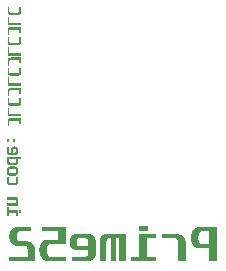
<source format=gbr>
%TF.GenerationSoftware,KiCad,Pcbnew,7.0.5*%
%TF.CreationDate,2024-03-19T15:00:49+08:00*%
%TF.ProjectId,J-50x,4a2d3530-782e-46b6-9963-61645f706362,rev?*%
%TF.SameCoordinates,Original*%
%TF.FileFunction,Legend,Bot*%
%TF.FilePolarity,Positive*%
%FSLAX46Y46*%
G04 Gerber Fmt 4.6, Leading zero omitted, Abs format (unit mm)*
G04 Created by KiCad (PCBNEW 7.0.5) date 2024-03-19 15:00:49*
%MOMM*%
%LPD*%
G01*
G04 APERTURE LIST*
%ADD10C,0.625000*%
%ADD11C,0.150000*%
G04 APERTURE END LIST*
D10*
G36*
X53295826Y-135465000D02*
G01*
X52641500Y-135465000D01*
X52641500Y-134372623D01*
X51759295Y-134372623D01*
X51722899Y-134371612D01*
X51687350Y-134368578D01*
X51652648Y-134363522D01*
X51618794Y-134356442D01*
X51585787Y-134347340D01*
X51553627Y-134336216D01*
X51522314Y-134323069D01*
X51491849Y-134307899D01*
X51476879Y-134299534D01*
X51447799Y-134281617D01*
X51419864Y-134262115D01*
X51393074Y-134241030D01*
X51367428Y-134218362D01*
X51342927Y-134194109D01*
X51319572Y-134168273D01*
X51302806Y-134147856D01*
X51286685Y-134126549D01*
X51276301Y-134111808D01*
X51261283Y-134089089D01*
X51246934Y-134065641D01*
X51233256Y-134041462D01*
X51220247Y-134016554D01*
X51207908Y-133990915D01*
X51196239Y-133964547D01*
X51185239Y-133937449D01*
X51174909Y-133909621D01*
X51165249Y-133881063D01*
X51156259Y-133851775D01*
X51150580Y-133831823D01*
X51142749Y-133801493D01*
X51135743Y-133770679D01*
X51129560Y-133739383D01*
X51124202Y-133707603D01*
X51119668Y-133675340D01*
X51115959Y-133642595D01*
X51113074Y-133609366D01*
X51111013Y-133575655D01*
X51109777Y-133541460D01*
X51109364Y-133506782D01*
X51109411Y-133501287D01*
X51734382Y-133501287D01*
X51734679Y-133533144D01*
X51735570Y-133563989D01*
X51737055Y-133593823D01*
X51739133Y-133622645D01*
X51741806Y-133650456D01*
X51745072Y-133677256D01*
X51748933Y-133703045D01*
X51753387Y-133727822D01*
X51764077Y-133774343D01*
X51777143Y-133816818D01*
X51792585Y-133855248D01*
X51810403Y-133889633D01*
X51830595Y-133919973D01*
X51853164Y-133946267D01*
X51878108Y-133968516D01*
X51905428Y-133986720D01*
X51935124Y-134000878D01*
X51967195Y-134010991D01*
X52001642Y-134017059D01*
X52038464Y-134019082D01*
X52641500Y-134019082D01*
X52641500Y-132965785D01*
X52038464Y-132965785D01*
X52019756Y-132966308D01*
X51984121Y-132970491D01*
X51950862Y-132978858D01*
X51919979Y-132991409D01*
X51891471Y-133008144D01*
X51865339Y-133029062D01*
X51841583Y-133054163D01*
X51820202Y-133083449D01*
X51801197Y-133116918D01*
X51784567Y-133154570D01*
X51770314Y-133196406D01*
X51758435Y-133242426D01*
X51753387Y-133267005D01*
X51748933Y-133292629D01*
X51745072Y-133319300D01*
X51741806Y-133347016D01*
X51739133Y-133375779D01*
X51737055Y-133405587D01*
X51735570Y-133436441D01*
X51734679Y-133468341D01*
X51734382Y-133501287D01*
X51109411Y-133501287D01*
X51109556Y-133484331D01*
X51110563Y-133450895D01*
X51112433Y-133417748D01*
X51115165Y-133384892D01*
X51118761Y-133352325D01*
X51123220Y-133320048D01*
X51128541Y-133288061D01*
X51134726Y-133256364D01*
X51141773Y-133224956D01*
X51149684Y-133193839D01*
X51158457Y-133163011D01*
X51164643Y-133142720D01*
X51174446Y-133112901D01*
X51184881Y-133083823D01*
X51195947Y-133055485D01*
X51207645Y-133027888D01*
X51219973Y-133001031D01*
X51232932Y-132974915D01*
X51246523Y-132949540D01*
X51260744Y-132924905D01*
X51275597Y-132901011D01*
X51291081Y-132877857D01*
X51307203Y-132855509D01*
X51323968Y-132834029D01*
X51341378Y-132813420D01*
X51359431Y-132793679D01*
X51384504Y-132768711D01*
X51410722Y-132745289D01*
X51438085Y-132723412D01*
X51466593Y-132703080D01*
X51496245Y-132684295D01*
X51526642Y-132667408D01*
X51557749Y-132652772D01*
X51589565Y-132640388D01*
X51622091Y-132630256D01*
X51655327Y-132622375D01*
X51689273Y-132616746D01*
X51723929Y-132613369D01*
X51759295Y-132612243D01*
X53295826Y-132612243D01*
X53295826Y-135465000D01*
G37*
G36*
X48616622Y-133551967D02*
G01*
X49604340Y-133551967D01*
X49634245Y-133552168D01*
X49669693Y-133552982D01*
X49702995Y-133554422D01*
X49734150Y-133556488D01*
X49768703Y-133559794D01*
X49800165Y-133564001D01*
X49805108Y-133564790D01*
X49837510Y-133571594D01*
X49866757Y-133581319D01*
X49892848Y-133593967D01*
X49915784Y-133609536D01*
X49927473Y-133619745D01*
X49945340Y-133640164D01*
X49960472Y-133664558D01*
X49971265Y-133688629D01*
X49980049Y-133715620D01*
X49985835Y-133740342D01*
X49986824Y-133745530D01*
X49991046Y-133772912D01*
X49994552Y-133803156D01*
X49996842Y-133829412D01*
X49998674Y-133857500D01*
X50000048Y-133887420D01*
X50000964Y-133919171D01*
X50001350Y-133944187D01*
X50001479Y-133970233D01*
X50001479Y-135465000D01*
X50655073Y-135465000D01*
X50655073Y-133887801D01*
X50654177Y-133843098D01*
X50651489Y-133799969D01*
X50647010Y-133758415D01*
X50640739Y-133718434D01*
X50632676Y-133680028D01*
X50622821Y-133643196D01*
X50611175Y-133607938D01*
X50597737Y-133574255D01*
X50582507Y-133542145D01*
X50565485Y-133511610D01*
X50546672Y-133482649D01*
X50526067Y-133455262D01*
X50503670Y-133429450D01*
X50479481Y-133405212D01*
X50453501Y-133382548D01*
X50425729Y-133361458D01*
X50396085Y-133341716D01*
X50364672Y-133323247D01*
X50331490Y-133306053D01*
X50296540Y-133290131D01*
X50259820Y-133275484D01*
X50221332Y-133262110D01*
X50181075Y-133250010D01*
X50139049Y-133239184D01*
X50095254Y-133229631D01*
X50049690Y-133221352D01*
X50002358Y-133214347D01*
X49953256Y-133208615D01*
X49902386Y-133204157D01*
X49849747Y-133200973D01*
X49795339Y-133199063D01*
X49739162Y-133198426D01*
X48616622Y-133198426D01*
X48616622Y-133551967D01*
G37*
G36*
X46681486Y-132495006D02*
G01*
X46681486Y-132924874D01*
X47453782Y-132924874D01*
X47453782Y-132495006D01*
X46681486Y-132495006D01*
G37*
G36*
X46740104Y-133198426D02*
G01*
X46740104Y-135111458D01*
X46005910Y-135111458D01*
X46005910Y-135465000D01*
X48141081Y-135465000D01*
X48141081Y-135111458D01*
X47394431Y-135111458D01*
X47394431Y-133551967D01*
X48141081Y-133551967D01*
X48141081Y-133198426D01*
X46740104Y-133198426D01*
G37*
G36*
X44078834Y-133198426D02*
G01*
X44043603Y-133198721D01*
X44009351Y-133199607D01*
X43976078Y-133201082D01*
X43943783Y-133203149D01*
X43912468Y-133205805D01*
X43882131Y-133209052D01*
X43852773Y-133212889D01*
X43815152Y-133218924D01*
X43779271Y-133226008D01*
X43753503Y-133232009D01*
X43720587Y-133241149D01*
X43689252Y-133251778D01*
X43659496Y-133263894D01*
X43631320Y-133277500D01*
X43604724Y-133292593D01*
X43579709Y-133309175D01*
X43556273Y-133327245D01*
X43534417Y-133346803D01*
X43513912Y-133367946D01*
X43494895Y-133390767D01*
X43477367Y-133415268D01*
X43461327Y-133441448D01*
X43446776Y-133469306D01*
X43433712Y-133498845D01*
X43422138Y-133530062D01*
X43414433Y-133554577D01*
X43412051Y-133562958D01*
X43405242Y-133588736D01*
X43399102Y-133615695D01*
X43393633Y-133643834D01*
X43388833Y-133673154D01*
X43384703Y-133703654D01*
X43381242Y-133735336D01*
X43378452Y-133768197D01*
X43376331Y-133802240D01*
X43374879Y-133837463D01*
X43374098Y-133873867D01*
X43373949Y-133898792D01*
X43373949Y-135465000D01*
X43943279Y-135465000D01*
X43943279Y-133934818D01*
X43943485Y-133907035D01*
X43944104Y-133880474D01*
X43945134Y-133855134D01*
X43947002Y-133825176D01*
X43949513Y-133797126D01*
X43952669Y-133770985D01*
X43956468Y-133746751D01*
X43961809Y-133719954D01*
X43968490Y-133695431D01*
X43977977Y-133669698D01*
X43989287Y-133647062D01*
X44000432Y-133630125D01*
X44019546Y-133608063D01*
X44041442Y-133589961D01*
X44066120Y-133575820D01*
X44081032Y-133569675D01*
X44110090Y-133561115D01*
X44139032Y-133555858D01*
X44170906Y-133552815D01*
X44201200Y-133551967D01*
X44302316Y-133551967D01*
X44302316Y-135465000D01*
X44745617Y-135465000D01*
X44745617Y-133551967D01*
X45045303Y-133551967D01*
X45045303Y-135465000D01*
X45635882Y-135465000D01*
X45635882Y-133198426D01*
X44078834Y-133198426D01*
G37*
G36*
X42372644Y-133198579D02*
G01*
X42406413Y-133199380D01*
X42439217Y-133200868D01*
X42471054Y-133203044D01*
X42501925Y-133205906D01*
X42531830Y-133209455D01*
X42560769Y-133213691D01*
X42597852Y-133220408D01*
X42633218Y-133228346D01*
X42666866Y-133237505D01*
X42698751Y-133247876D01*
X42729194Y-133259754D01*
X42758194Y-133273139D01*
X42785751Y-133288032D01*
X42811866Y-133304433D01*
X42836539Y-133322341D01*
X42859768Y-133341756D01*
X42881556Y-133362679D01*
X42901935Y-133385214D01*
X42920940Y-133409467D01*
X42938571Y-133435437D01*
X42954829Y-133463124D01*
X42969712Y-133492529D01*
X42979973Y-133515709D01*
X42989461Y-133539855D01*
X42998177Y-133564968D01*
X43006120Y-133591046D01*
X43008599Y-133599925D01*
X43015565Y-133627311D01*
X43021822Y-133655824D01*
X43027372Y-133685464D01*
X43032212Y-133716231D01*
X43036345Y-133748125D01*
X43039769Y-133781146D01*
X43042484Y-133815294D01*
X43044491Y-133850569D01*
X43045790Y-133886971D01*
X43046262Y-133911865D01*
X43046420Y-133937260D01*
X43046420Y-134722501D01*
X43046380Y-134735487D01*
X43046065Y-134761066D01*
X43045436Y-134786120D01*
X43043901Y-134822717D01*
X43041658Y-134858134D01*
X43038706Y-134892369D01*
X43035046Y-134925424D01*
X43030677Y-134957299D01*
X43025601Y-134987993D01*
X43019815Y-135017506D01*
X43013322Y-135045838D01*
X43006120Y-135072990D01*
X42998177Y-135098959D01*
X42989461Y-135123973D01*
X42979973Y-135148032D01*
X42969712Y-135171135D01*
X42954829Y-135200454D01*
X42938571Y-135228074D01*
X42920940Y-135253997D01*
X42901935Y-135278221D01*
X42881556Y-135300746D01*
X42859768Y-135321679D01*
X42836539Y-135341123D01*
X42811866Y-135359078D01*
X42785751Y-135375546D01*
X42758194Y-135390525D01*
X42729194Y-135404015D01*
X42698751Y-135416017D01*
X42666866Y-135426531D01*
X42650257Y-135431190D01*
X42615750Y-135439604D01*
X42579526Y-135446817D01*
X42541584Y-135452828D01*
X42512001Y-135456547D01*
X42481452Y-135459590D01*
X42449936Y-135461957D01*
X42417455Y-135463647D01*
X42384008Y-135464661D01*
X42349595Y-135465000D01*
X41066587Y-135465000D01*
X41066587Y-135111458D01*
X42054305Y-135111458D01*
X42089493Y-135111029D01*
X42122518Y-135109741D01*
X42153378Y-135107594D01*
X42186647Y-135104004D01*
X42216971Y-135099246D01*
X42247883Y-135091384D01*
X42275406Y-135080012D01*
X42299540Y-135065128D01*
X42320286Y-135046734D01*
X42333750Y-135030333D01*
X42347374Y-135007943D01*
X42358754Y-134982047D01*
X42366722Y-134957060D01*
X42373042Y-134929497D01*
X42374817Y-134919689D01*
X42378752Y-134893500D01*
X42381972Y-134864925D01*
X42384033Y-134840348D01*
X42385636Y-134814245D01*
X42386781Y-134786615D01*
X42387468Y-134757459D01*
X42387697Y-134726775D01*
X42387697Y-134527107D01*
X41412435Y-134527107D01*
X41394666Y-134526958D01*
X41359953Y-134525771D01*
X41326339Y-134523395D01*
X41293825Y-134519832D01*
X41262409Y-134515080D01*
X41232092Y-134509141D01*
X41202875Y-134502014D01*
X41174756Y-134493699D01*
X41147737Y-134484197D01*
X41109269Y-134467716D01*
X41073273Y-134448562D01*
X41039751Y-134426736D01*
X41008702Y-134402237D01*
X40980125Y-134375066D01*
X40962468Y-134355212D01*
X40945950Y-134333812D01*
X40930571Y-134310866D01*
X40916332Y-134286375D01*
X40903232Y-134260338D01*
X40891270Y-134232756D01*
X40880448Y-134203628D01*
X40870765Y-134172955D01*
X40862222Y-134140736D01*
X40854817Y-134106971D01*
X40848552Y-134071661D01*
X40843425Y-134034805D01*
X40839438Y-133996404D01*
X40836590Y-133956456D01*
X40834882Y-133914964D01*
X40834320Y-133872536D01*
X41429288Y-133872536D01*
X41429404Y-133893210D01*
X41429919Y-133919557D01*
X41430846Y-133944511D01*
X41432585Y-133973744D01*
X41434968Y-134000801D01*
X41437995Y-134025682D01*
X41442477Y-134052665D01*
X41443273Y-134056833D01*
X41449804Y-134084340D01*
X41458019Y-134108926D01*
X41469468Y-134133445D01*
X41484975Y-134156468D01*
X41488713Y-134160874D01*
X41509636Y-134179967D01*
X41534280Y-134194171D01*
X41562644Y-134203485D01*
X41584713Y-134207768D01*
X41615767Y-134211728D01*
X41645901Y-134213789D01*
X41678415Y-134214476D01*
X42387697Y-134214476D01*
X42387697Y-133937871D01*
X42387606Y-133917029D01*
X42387206Y-133890291D01*
X42386484Y-133864755D01*
X42385132Y-133834526D01*
X42383279Y-133806175D01*
X42380925Y-133779702D01*
X42377438Y-133750415D01*
X42374404Y-133732278D01*
X42368780Y-133706897D01*
X42360591Y-133680054D01*
X42350648Y-133656190D01*
X42337138Y-133632568D01*
X42327460Y-133619455D01*
X42307426Y-133599008D01*
X42284029Y-133582618D01*
X42257271Y-133570286D01*
X42254042Y-133569159D01*
X42222853Y-133560626D01*
X42191918Y-133555474D01*
X42162370Y-133552844D01*
X42130509Y-133551967D01*
X41678415Y-133551967D01*
X41646694Y-133552406D01*
X41613618Y-133553980D01*
X41583931Y-133556699D01*
X41554584Y-133561127D01*
X41526048Y-133569177D01*
X41499617Y-133583404D01*
X41478381Y-133603258D01*
X41465558Y-133621424D01*
X41453760Y-133646604D01*
X41445608Y-133673204D01*
X41440279Y-133699734D01*
X41438314Y-133712044D01*
X41434966Y-133739077D01*
X41432765Y-133764065D01*
X41431102Y-133791289D01*
X41429975Y-133820749D01*
X41429459Y-133845927D01*
X41429288Y-133872536D01*
X40834320Y-133872536D01*
X40834312Y-133871926D01*
X40834925Y-133828780D01*
X40836762Y-133787118D01*
X40839825Y-133746939D01*
X40844112Y-133708245D01*
X40849625Y-133671033D01*
X40856363Y-133635306D01*
X40864325Y-133601062D01*
X40873513Y-133568301D01*
X40883926Y-133537024D01*
X40895564Y-133507231D01*
X40908426Y-133478921D01*
X40922514Y-133452095D01*
X40937827Y-133426752D01*
X40954365Y-133402893D01*
X40972128Y-133380518D01*
X40991116Y-133359626D01*
X41011051Y-133340106D01*
X41031840Y-133321845D01*
X41053481Y-133304843D01*
X41075975Y-133289101D01*
X41111316Y-133267849D01*
X41148575Y-133249431D01*
X41187754Y-133233846D01*
X41228852Y-133221095D01*
X41257317Y-133214168D01*
X41286635Y-133208501D01*
X41316805Y-133204093D01*
X41347829Y-133200945D01*
X41379705Y-133199056D01*
X41412435Y-133198426D01*
X42349595Y-133198426D01*
X42372644Y-133198579D01*
G37*
G36*
X38523286Y-132612243D02*
G01*
X38523286Y-132965785D01*
X39865645Y-132965785D01*
X39865645Y-133704619D01*
X38902840Y-133704619D01*
X38866478Y-133705669D01*
X38831032Y-133708817D01*
X38796502Y-133714065D01*
X38762889Y-133721411D01*
X38730191Y-133730856D01*
X38698408Y-133742400D01*
X38667542Y-133756044D01*
X38637592Y-133771786D01*
X38608489Y-133789141D01*
X38580531Y-133807926D01*
X38553717Y-133828143D01*
X38528049Y-133849791D01*
X38503526Y-133872870D01*
X38480147Y-133897380D01*
X38457913Y-133923321D01*
X38436824Y-133950694D01*
X38421772Y-133972087D01*
X38407389Y-133994135D01*
X38393676Y-134016838D01*
X38380633Y-134040195D01*
X38368260Y-134064208D01*
X38356556Y-134088875D01*
X38345522Y-134114196D01*
X38335158Y-134140173D01*
X38325464Y-134166804D01*
X38316439Y-134194090D01*
X38310795Y-134212644D01*
X38302807Y-134240692D01*
X38295605Y-134268966D01*
X38289189Y-134297464D01*
X38283558Y-134326189D01*
X38278713Y-134355138D01*
X38274654Y-134384313D01*
X38271380Y-134413714D01*
X38268892Y-134443339D01*
X38267190Y-134473190D01*
X38266273Y-134503267D01*
X38266099Y-134523443D01*
X38266543Y-134556368D01*
X38267876Y-134589196D01*
X38270098Y-134621927D01*
X38273208Y-134654562D01*
X38277208Y-134687100D01*
X38282096Y-134719541D01*
X38287872Y-134751886D01*
X38294538Y-134784134D01*
X38302092Y-134816286D01*
X38310535Y-134848341D01*
X38316657Y-134869658D01*
X38326471Y-134901262D01*
X38336956Y-134932190D01*
X38348110Y-134962442D01*
X38359934Y-134992018D01*
X38372427Y-135020917D01*
X38385591Y-135049140D01*
X38399424Y-135076687D01*
X38413927Y-135103558D01*
X38429099Y-135129753D01*
X38444942Y-135155271D01*
X38455875Y-135171908D01*
X38472815Y-135196083D01*
X38490385Y-135219378D01*
X38508587Y-135241793D01*
X38527419Y-135263327D01*
X38546883Y-135283982D01*
X38566978Y-135303756D01*
X38587704Y-135322651D01*
X38609061Y-135340665D01*
X38631050Y-135357799D01*
X38653669Y-135374052D01*
X38669099Y-135384399D01*
X38700526Y-135403290D01*
X38732526Y-135419662D01*
X38765098Y-135433515D01*
X38798243Y-135444849D01*
X38831960Y-135453665D01*
X38866249Y-135459962D01*
X38901111Y-135463740D01*
X38936545Y-135465000D01*
X40494326Y-135465000D01*
X40494326Y-135111458D01*
X39215715Y-135111458D01*
X39183217Y-135109033D01*
X39152402Y-135101757D01*
X39123271Y-135089632D01*
X39095822Y-135072656D01*
X39080893Y-135060778D01*
X39059306Y-135040656D01*
X39039059Y-135018302D01*
X39020151Y-134993716D01*
X39005417Y-134971522D01*
X38991614Y-134947777D01*
X38981242Y-134927665D01*
X38969077Y-134901369D01*
X38957771Y-134873999D01*
X38947324Y-134845555D01*
X38937736Y-134816039D01*
X38930683Y-134791653D01*
X38924180Y-134766579D01*
X38918227Y-134740819D01*
X38912732Y-134714506D01*
X38907969Y-134688078D01*
X38903939Y-134661536D01*
X38900642Y-134634879D01*
X38898077Y-134608108D01*
X38896245Y-134581222D01*
X38895146Y-134554222D01*
X38894780Y-134527107D01*
X38895043Y-134499930D01*
X38895833Y-134473507D01*
X38897150Y-134447838D01*
X38898993Y-134422922D01*
X38902745Y-134386962D01*
X38907683Y-134352698D01*
X38913805Y-134320129D01*
X38921112Y-134289256D01*
X38929604Y-134260080D01*
X38939281Y-134232599D01*
X38950144Y-134206814D01*
X38962191Y-134182725D01*
X38975500Y-134160464D01*
X38995330Y-134134188D01*
X39017540Y-134111806D01*
X39042133Y-134093316D01*
X39069106Y-134078719D01*
X39098461Y-134068014D01*
X39130197Y-134061202D01*
X39164315Y-134058282D01*
X39173217Y-134058161D01*
X40494326Y-134058161D01*
X40494326Y-132612243D01*
X38523286Y-132612243D01*
G37*
G36*
X36368332Y-132612243D02*
G01*
X36332794Y-132613207D01*
X36297990Y-132616098D01*
X36263918Y-132620916D01*
X36230579Y-132627661D01*
X36197972Y-132636333D01*
X36166099Y-132646933D01*
X36134958Y-132659460D01*
X36104549Y-132673914D01*
X36074862Y-132690076D01*
X36046252Y-132707727D01*
X36018717Y-132726865D01*
X35992259Y-132747493D01*
X35966877Y-132769608D01*
X35942571Y-132793212D01*
X35919341Y-132818304D01*
X35897187Y-132844884D01*
X35881330Y-132865575D01*
X35866181Y-132886887D01*
X35851740Y-132908823D01*
X35838008Y-132931381D01*
X35824984Y-132954561D01*
X35812669Y-132978364D01*
X35801062Y-133002790D01*
X35790163Y-133027838D01*
X35779973Y-133053508D01*
X35770491Y-133079801D01*
X35764563Y-133097676D01*
X35756314Y-133124883D01*
X35748876Y-133152466D01*
X35742249Y-133180424D01*
X35736433Y-133208758D01*
X35731430Y-133237468D01*
X35727237Y-133266554D01*
X35723856Y-133296015D01*
X35721287Y-133325852D01*
X35719528Y-133356064D01*
X35718582Y-133386653D01*
X35718401Y-133407254D01*
X35718807Y-133437956D01*
X35720024Y-133468240D01*
X35722053Y-133498106D01*
X35724893Y-133527553D01*
X35728544Y-133556581D01*
X35733007Y-133585191D01*
X35738282Y-133613382D01*
X35744368Y-133641154D01*
X35751265Y-133668508D01*
X35758973Y-133695443D01*
X35764563Y-133713168D01*
X35773560Y-133739178D01*
X35783239Y-133764545D01*
X35793601Y-133789267D01*
X35804646Y-133813345D01*
X35816373Y-133836780D01*
X35828783Y-133859570D01*
X35841876Y-133881717D01*
X35860394Y-133910244D01*
X35880126Y-133937625D01*
X35895722Y-133957411D01*
X35917349Y-133982646D01*
X35940098Y-134006450D01*
X35963969Y-134028823D01*
X35988961Y-134049765D01*
X36015076Y-134069276D01*
X36042313Y-134087355D01*
X36070672Y-134104004D01*
X36100153Y-134119221D01*
X36130630Y-134132817D01*
X36161977Y-134144600D01*
X36194194Y-134154570D01*
X36227281Y-134162727D01*
X36261239Y-134169072D01*
X36296066Y-134173604D01*
X36331764Y-134176323D01*
X36368332Y-134177229D01*
X37013866Y-134177229D01*
X37045542Y-134178887D01*
X37075174Y-134183860D01*
X37102763Y-134192148D01*
X37140315Y-134210798D01*
X37162795Y-134227375D01*
X37183231Y-134247267D01*
X37201624Y-134270475D01*
X37217973Y-134296998D01*
X37232278Y-134326837D01*
X37244540Y-134359991D01*
X37254758Y-134396460D01*
X37262932Y-134436245D01*
X37269063Y-134479345D01*
X37273151Y-134525761D01*
X37274428Y-134550212D01*
X37275194Y-134575492D01*
X37275450Y-134601601D01*
X37275450Y-135111458D01*
X35705212Y-135111458D01*
X35705212Y-135465000D01*
X37917320Y-135465000D01*
X37917320Y-134605265D01*
X37916946Y-134574328D01*
X37915826Y-134543798D01*
X37913958Y-134513677D01*
X37911343Y-134483964D01*
X37907982Y-134454658D01*
X37903873Y-134425760D01*
X37899017Y-134397271D01*
X37893415Y-134369189D01*
X37887065Y-134341515D01*
X37879968Y-134314248D01*
X37874822Y-134296297D01*
X37866505Y-134269736D01*
X37857494Y-134243862D01*
X37847786Y-134218674D01*
X37837384Y-134194173D01*
X37826285Y-134170360D01*
X37814492Y-134147233D01*
X37802002Y-134124793D01*
X37784268Y-134095942D01*
X37765297Y-134068312D01*
X37750258Y-134048391D01*
X37729215Y-134022984D01*
X37707118Y-133998970D01*
X37683969Y-133976349D01*
X37659766Y-133955121D01*
X37634509Y-133935286D01*
X37608200Y-133916843D01*
X37580837Y-133899794D01*
X37552421Y-133884138D01*
X37522745Y-133869970D01*
X37491971Y-133857691D01*
X37460097Y-133847301D01*
X37427124Y-133838800D01*
X37393053Y-133832188D01*
X37357882Y-133827466D01*
X37321612Y-133824632D01*
X37284242Y-133823688D01*
X36646769Y-133823688D01*
X36612857Y-133821789D01*
X36580731Y-133816093D01*
X36550392Y-133806600D01*
X36521838Y-133793310D01*
X36495071Y-133776222D01*
X36470089Y-133755338D01*
X36446894Y-133730656D01*
X36430669Y-133709653D01*
X36425484Y-133702177D01*
X36410688Y-133678737D01*
X36397346Y-133654213D01*
X36385460Y-133628605D01*
X36375029Y-133601913D01*
X36366054Y-133574137D01*
X36358534Y-133545277D01*
X36352470Y-133515333D01*
X36347861Y-133484304D01*
X36344708Y-133452192D01*
X36343010Y-133418996D01*
X36342686Y-133396263D01*
X36343414Y-133362442D01*
X36345597Y-133329673D01*
X36349236Y-133297956D01*
X36354330Y-133267291D01*
X36360879Y-133237678D01*
X36368884Y-133209116D01*
X36378344Y-133181607D01*
X36389260Y-133155149D01*
X36401631Y-133129743D01*
X36415458Y-133105389D01*
X36425484Y-133089738D01*
X36441374Y-133067586D01*
X36458268Y-133047613D01*
X36482357Y-133024372D01*
X36508231Y-133005004D01*
X36535892Y-132989510D01*
X36565338Y-132977889D01*
X36596571Y-132970142D01*
X36629589Y-132966269D01*
X36646769Y-132965785D01*
X37600781Y-132965785D01*
X37600781Y-132612243D01*
X36368332Y-132612243D01*
G37*
D11*
G36*
X36721102Y-123373307D02*
G01*
X35889211Y-123373307D01*
X35877366Y-123373445D01*
X35865646Y-123373857D01*
X35854051Y-123374544D01*
X35842580Y-123375505D01*
X35831233Y-123376742D01*
X35820011Y-123378253D01*
X35808913Y-123380039D01*
X35797940Y-123382100D01*
X35787092Y-123384436D01*
X35776368Y-123387046D01*
X35769288Y-123388939D01*
X35758831Y-123391942D01*
X35748620Y-123395181D01*
X35738653Y-123398657D01*
X35728930Y-123402368D01*
X35719453Y-123406316D01*
X35710220Y-123410500D01*
X35701232Y-123414920D01*
X35692489Y-123419576D01*
X35683990Y-123424468D01*
X35673039Y-123431359D01*
X35670369Y-123433147D01*
X35660088Y-123440531D01*
X35650372Y-123448275D01*
X35641220Y-123456377D01*
X35632634Y-123464837D01*
X35624612Y-123473657D01*
X35617155Y-123482835D01*
X35610263Y-123492372D01*
X35603935Y-123502267D01*
X35598325Y-123512423D01*
X35593463Y-123522860D01*
X35589349Y-123533580D01*
X35585983Y-123544583D01*
X35583365Y-123555867D01*
X35581495Y-123567435D01*
X35580373Y-123579284D01*
X35580000Y-123591416D01*
X35580000Y-124065491D01*
X35721416Y-124065491D01*
X35721416Y-123683007D01*
X35722301Y-123672032D01*
X35724958Y-123661575D01*
X35729385Y-123651637D01*
X35734711Y-123643368D01*
X35735582Y-123642219D01*
X35742247Y-123634473D01*
X35749848Y-123627265D01*
X35758383Y-123620595D01*
X35767853Y-123614463D01*
X35773684Y-123611200D01*
X35782883Y-123606635D01*
X35792529Y-123602464D01*
X35802621Y-123598689D01*
X35813160Y-123595309D01*
X35824145Y-123592323D01*
X35827906Y-123591416D01*
X35837494Y-123589376D01*
X35847178Y-123587681D01*
X35856958Y-123586332D01*
X35866832Y-123585329D01*
X35876802Y-123584672D01*
X35886868Y-123584361D01*
X35890921Y-123584333D01*
X36579685Y-123584333D01*
X36579685Y-123863014D01*
X36721102Y-123863014D01*
X36721102Y-123373307D01*
G37*
G36*
X36721102Y-123009630D02*
G01*
X35721416Y-123009630D01*
X35721416Y-122506001D01*
X35580000Y-122506001D01*
X35580000Y-123227739D01*
X36721102Y-123227739D01*
X36721102Y-123009630D01*
G37*
G36*
X36721102Y-121673621D02*
G01*
X36579685Y-121673621D01*
X36579685Y-122038032D01*
X36579008Y-122048235D01*
X36576974Y-122057900D01*
X36572990Y-122068288D01*
X36568051Y-122076802D01*
X36565519Y-122080286D01*
X36558889Y-122087971D01*
X36551394Y-122095212D01*
X36543034Y-122102009D01*
X36533810Y-122108362D01*
X36528150Y-122111793D01*
X36519166Y-122116607D01*
X36509614Y-122120975D01*
X36499497Y-122124896D01*
X36488812Y-122128371D01*
X36477560Y-122131399D01*
X36473684Y-122132309D01*
X36463925Y-122134280D01*
X36454035Y-122135916D01*
X36444014Y-122137218D01*
X36433861Y-122138186D01*
X36423577Y-122138821D01*
X36413162Y-122139121D01*
X36408960Y-122139148D01*
X35890921Y-122139148D01*
X35880817Y-122138981D01*
X35870809Y-122138480D01*
X35860896Y-122137645D01*
X35851079Y-122136477D01*
X35841357Y-122134974D01*
X35831730Y-122133137D01*
X35827906Y-122132309D01*
X35816772Y-122129456D01*
X35806084Y-122126207D01*
X35795843Y-122122563D01*
X35786049Y-122118525D01*
X35776701Y-122114091D01*
X35773684Y-122112526D01*
X35765052Y-122107548D01*
X35755849Y-122101199D01*
X35747581Y-122094265D01*
X35740248Y-122086746D01*
X35735582Y-122081018D01*
X35730062Y-122072450D01*
X35725898Y-122063414D01*
X35723090Y-122053910D01*
X35721637Y-122043939D01*
X35721416Y-122038032D01*
X35721416Y-121673621D01*
X35580000Y-121673621D01*
X35580000Y-122132309D01*
X35580373Y-122144434D01*
X35581495Y-122156260D01*
X35583365Y-122167789D01*
X35585983Y-122179021D01*
X35589349Y-122189954D01*
X35593463Y-122200590D01*
X35598325Y-122210929D01*
X35603935Y-122220969D01*
X35610251Y-122230625D01*
X35617109Y-122239929D01*
X35624509Y-122248882D01*
X35632451Y-122257484D01*
X35640934Y-122265735D01*
X35649960Y-122273634D01*
X35659527Y-122281183D01*
X35669637Y-122288381D01*
X35680307Y-122295208D01*
X35691435Y-122301646D01*
X35700082Y-122306219D01*
X35708986Y-122310573D01*
X35718148Y-122314708D01*
X35727568Y-122318625D01*
X35737245Y-122322322D01*
X35747180Y-122325800D01*
X35757372Y-122329060D01*
X35767822Y-122332100D01*
X35778476Y-122334850D01*
X35789280Y-122337329D01*
X35800235Y-122339538D01*
X35811339Y-122341477D01*
X35822594Y-122343145D01*
X35834000Y-122344542D01*
X35845555Y-122345669D01*
X35857261Y-122346526D01*
X35869117Y-122347112D01*
X35881123Y-122347427D01*
X35889211Y-122347487D01*
X36407494Y-122347487D01*
X36419869Y-122347352D01*
X36432081Y-122346946D01*
X36444129Y-122346270D01*
X36456015Y-122345323D01*
X36467737Y-122344106D01*
X36479296Y-122342619D01*
X36490692Y-122340861D01*
X36501925Y-122338832D01*
X36512994Y-122336533D01*
X36523901Y-122333963D01*
X36531081Y-122332100D01*
X36541666Y-122329053D01*
X36551990Y-122325774D01*
X36562051Y-122322264D01*
X36571851Y-122318522D01*
X36581388Y-122314547D01*
X36590664Y-122310341D01*
X36599678Y-122305904D01*
X36608430Y-122301234D01*
X36616920Y-122296332D01*
X36627833Y-122289436D01*
X36630488Y-122287648D01*
X36640823Y-122280279D01*
X36650577Y-122272581D01*
X36659751Y-122264555D01*
X36668346Y-122256202D01*
X36676360Y-122247519D01*
X36683794Y-122238509D01*
X36690648Y-122229171D01*
X36696922Y-122219504D01*
X36702589Y-122209486D01*
X36707501Y-122199217D01*
X36711657Y-122188695D01*
X36715057Y-122177922D01*
X36717702Y-122166896D01*
X36719591Y-122155619D01*
X36720724Y-122144090D01*
X36721102Y-122132309D01*
X36721102Y-121673621D01*
G37*
G36*
X36721102Y-120808757D02*
G01*
X35889211Y-120808757D01*
X35877366Y-120808895D01*
X35865646Y-120809307D01*
X35854051Y-120809994D01*
X35842580Y-120810956D01*
X35831233Y-120812192D01*
X35820011Y-120813703D01*
X35808913Y-120815489D01*
X35797940Y-120817550D01*
X35787092Y-120819886D01*
X35776368Y-120822496D01*
X35769288Y-120824389D01*
X35758831Y-120827392D01*
X35748620Y-120830631D01*
X35738653Y-120834107D01*
X35728930Y-120837818D01*
X35719453Y-120841766D01*
X35710220Y-120845950D01*
X35701232Y-120850370D01*
X35692489Y-120855026D01*
X35683990Y-120859918D01*
X35673039Y-120866809D01*
X35670369Y-120868597D01*
X35660088Y-120875981D01*
X35650372Y-120883725D01*
X35641220Y-120891827D01*
X35632634Y-120900287D01*
X35624612Y-120909107D01*
X35617155Y-120918285D01*
X35610263Y-120927822D01*
X35603935Y-120937718D01*
X35598325Y-120947873D01*
X35593463Y-120958310D01*
X35589349Y-120969030D01*
X35585983Y-120980033D01*
X35583365Y-120991317D01*
X35581495Y-121002885D01*
X35580373Y-121014734D01*
X35580000Y-121026866D01*
X35580000Y-121500942D01*
X35721416Y-121500942D01*
X35721416Y-121118457D01*
X35722301Y-121107482D01*
X35724958Y-121097025D01*
X35729385Y-121087087D01*
X35734711Y-121078818D01*
X35735582Y-121077669D01*
X35742247Y-121069923D01*
X35749848Y-121062716D01*
X35758383Y-121056045D01*
X35767853Y-121049913D01*
X35773684Y-121046650D01*
X35782883Y-121042085D01*
X35792529Y-121037914D01*
X35802621Y-121034139D01*
X35813160Y-121030759D01*
X35824145Y-121027774D01*
X35827906Y-121026866D01*
X35837494Y-121024826D01*
X35847178Y-121023131D01*
X35856958Y-121021782D01*
X35866832Y-121020779D01*
X35876802Y-121020122D01*
X35886868Y-121019811D01*
X35890921Y-121019783D01*
X36579685Y-121019783D01*
X36579685Y-121298464D01*
X36721102Y-121298464D01*
X36721102Y-120808757D01*
G37*
G36*
X36721102Y-120445080D02*
G01*
X35721416Y-120445080D01*
X35721416Y-119941451D01*
X35580000Y-119941451D01*
X35580000Y-120663189D01*
X36721102Y-120663189D01*
X36721102Y-120445080D01*
G37*
G36*
X36721102Y-119109071D02*
G01*
X36579685Y-119109071D01*
X36579685Y-119473482D01*
X36579008Y-119483685D01*
X36576974Y-119493350D01*
X36572990Y-119503738D01*
X36568051Y-119512252D01*
X36565519Y-119515736D01*
X36558889Y-119523421D01*
X36551394Y-119530662D01*
X36543034Y-119537459D01*
X36533810Y-119543812D01*
X36528150Y-119547243D01*
X36519166Y-119552057D01*
X36509614Y-119556425D01*
X36499497Y-119560346D01*
X36488812Y-119563821D01*
X36477560Y-119566849D01*
X36473684Y-119567759D01*
X36463925Y-119569730D01*
X36454035Y-119571366D01*
X36444014Y-119572668D01*
X36433861Y-119573637D01*
X36423577Y-119574271D01*
X36413162Y-119574572D01*
X36408960Y-119574598D01*
X35890921Y-119574598D01*
X35880817Y-119574431D01*
X35870809Y-119573930D01*
X35860896Y-119573096D01*
X35851079Y-119571927D01*
X35841357Y-119570424D01*
X35831730Y-119568588D01*
X35827906Y-119567759D01*
X35816772Y-119564906D01*
X35806084Y-119561657D01*
X35795843Y-119558014D01*
X35786049Y-119553975D01*
X35776701Y-119549541D01*
X35773684Y-119547976D01*
X35765052Y-119542998D01*
X35755849Y-119536649D01*
X35747581Y-119529715D01*
X35740248Y-119522196D01*
X35735582Y-119516468D01*
X35730062Y-119507900D01*
X35725898Y-119498864D01*
X35723090Y-119489360D01*
X35721637Y-119479389D01*
X35721416Y-119473482D01*
X35721416Y-119109071D01*
X35580000Y-119109071D01*
X35580000Y-119567759D01*
X35580373Y-119579884D01*
X35581495Y-119591711D01*
X35583365Y-119603240D01*
X35585983Y-119614471D01*
X35589349Y-119625405D01*
X35593463Y-119636041D01*
X35598325Y-119646379D01*
X35603935Y-119656420D01*
X35610251Y-119666075D01*
X35617109Y-119675379D01*
X35624509Y-119684332D01*
X35632451Y-119692934D01*
X35640934Y-119701185D01*
X35649960Y-119709084D01*
X35659527Y-119716633D01*
X35669637Y-119723831D01*
X35680307Y-119730658D01*
X35691435Y-119737096D01*
X35700082Y-119741669D01*
X35708986Y-119746023D01*
X35718148Y-119750159D01*
X35727568Y-119754075D01*
X35737245Y-119757772D01*
X35747180Y-119761250D01*
X35757372Y-119764510D01*
X35767822Y-119767550D01*
X35778476Y-119770300D01*
X35789280Y-119772779D01*
X35800235Y-119774988D01*
X35811339Y-119776927D01*
X35822594Y-119778595D01*
X35834000Y-119779992D01*
X35845555Y-119781119D01*
X35857261Y-119781976D01*
X35869117Y-119782562D01*
X35881123Y-119782877D01*
X35889211Y-119782937D01*
X36407494Y-119782937D01*
X36419869Y-119782802D01*
X36432081Y-119782396D01*
X36444129Y-119781720D01*
X36456015Y-119780774D01*
X36467737Y-119779556D01*
X36479296Y-119778069D01*
X36490692Y-119776311D01*
X36501925Y-119774282D01*
X36512994Y-119771983D01*
X36523901Y-119769413D01*
X36531081Y-119767550D01*
X36541666Y-119764503D01*
X36551990Y-119761225D01*
X36562051Y-119757714D01*
X36571851Y-119753972D01*
X36581388Y-119749998D01*
X36590664Y-119745791D01*
X36599678Y-119741354D01*
X36608430Y-119736684D01*
X36616920Y-119731782D01*
X36627833Y-119724886D01*
X36630488Y-119723098D01*
X36640823Y-119715729D01*
X36650577Y-119708031D01*
X36659751Y-119700005D01*
X36668346Y-119691652D01*
X36676360Y-119682970D01*
X36683794Y-119673959D01*
X36690648Y-119664621D01*
X36696922Y-119654954D01*
X36702589Y-119644936D01*
X36707501Y-119634667D01*
X36711657Y-119624145D01*
X36715057Y-119613372D01*
X36717702Y-119602347D01*
X36719591Y-119591069D01*
X36720724Y-119579540D01*
X36721102Y-119567759D01*
X36721102Y-119109071D01*
G37*
G36*
X36721102Y-118244207D02*
G01*
X35889211Y-118244207D01*
X35877366Y-118244345D01*
X35865646Y-118244757D01*
X35854051Y-118245444D01*
X35842580Y-118246406D01*
X35831233Y-118247642D01*
X35820011Y-118249153D01*
X35808913Y-118250939D01*
X35797940Y-118253000D01*
X35787092Y-118255336D01*
X35776368Y-118257946D01*
X35769288Y-118259839D01*
X35758831Y-118262842D01*
X35748620Y-118266082D01*
X35738653Y-118269557D01*
X35728930Y-118273269D01*
X35719453Y-118277216D01*
X35710220Y-118281400D01*
X35701232Y-118285820D01*
X35692489Y-118290476D01*
X35683990Y-118295368D01*
X35673039Y-118302259D01*
X35670369Y-118304047D01*
X35660088Y-118311431D01*
X35650372Y-118319175D01*
X35641220Y-118327277D01*
X35632634Y-118335737D01*
X35624612Y-118344557D01*
X35617155Y-118353735D01*
X35610263Y-118363272D01*
X35603935Y-118373168D01*
X35598325Y-118383323D01*
X35593463Y-118393760D01*
X35589349Y-118404480D01*
X35585983Y-118415483D01*
X35583365Y-118426768D01*
X35581495Y-118438335D01*
X35580373Y-118450184D01*
X35580000Y-118462316D01*
X35580000Y-118936392D01*
X35721416Y-118936392D01*
X35721416Y-118553907D01*
X35722301Y-118542932D01*
X35724958Y-118532475D01*
X35729385Y-118522537D01*
X35734711Y-118514268D01*
X35735582Y-118513119D01*
X35742247Y-118505373D01*
X35749848Y-118498166D01*
X35758383Y-118491495D01*
X35767853Y-118485363D01*
X35773684Y-118482100D01*
X35782883Y-118477535D01*
X35792529Y-118473364D01*
X35802621Y-118469589D01*
X35813160Y-118466209D01*
X35824145Y-118463224D01*
X35827906Y-118462316D01*
X35837494Y-118460276D01*
X35847178Y-118458581D01*
X35856958Y-118457232D01*
X35866832Y-118456229D01*
X35876802Y-118455572D01*
X35886868Y-118455261D01*
X35890921Y-118455233D01*
X36579685Y-118455233D01*
X36579685Y-118733914D01*
X36721102Y-118733914D01*
X36721102Y-118244207D01*
G37*
G36*
X36721102Y-117880530D02*
G01*
X35721416Y-117880530D01*
X35721416Y-117376901D01*
X35580000Y-117376901D01*
X35580000Y-118098639D01*
X36721102Y-118098639D01*
X36721102Y-117880530D01*
G37*
G36*
X36721102Y-116544521D02*
G01*
X36579685Y-116544521D01*
X36579685Y-116908932D01*
X36579008Y-116919135D01*
X36576974Y-116928800D01*
X36572990Y-116939188D01*
X36568051Y-116947702D01*
X36565519Y-116951186D01*
X36558889Y-116958871D01*
X36551394Y-116966112D01*
X36543034Y-116972909D01*
X36533810Y-116979262D01*
X36528150Y-116982693D01*
X36519166Y-116987507D01*
X36509614Y-116991875D01*
X36499497Y-116995796D01*
X36488812Y-116999271D01*
X36477560Y-117002299D01*
X36473684Y-117003210D01*
X36463925Y-117005180D01*
X36454035Y-117006816D01*
X36444014Y-117008118D01*
X36433861Y-117009087D01*
X36423577Y-117009721D01*
X36413162Y-117010022D01*
X36408960Y-117010048D01*
X35890921Y-117010048D01*
X35880817Y-117009881D01*
X35870809Y-117009380D01*
X35860896Y-117008546D01*
X35851079Y-117007377D01*
X35841357Y-117005874D01*
X35831730Y-117004038D01*
X35827906Y-117003210D01*
X35816772Y-117000356D01*
X35806084Y-116997107D01*
X35795843Y-116993464D01*
X35786049Y-116989425D01*
X35776701Y-116984992D01*
X35773684Y-116983426D01*
X35765052Y-116978448D01*
X35755849Y-116972099D01*
X35747581Y-116965165D01*
X35740248Y-116957647D01*
X35735582Y-116951919D01*
X35730062Y-116943350D01*
X35725898Y-116934314D01*
X35723090Y-116924810D01*
X35721637Y-116914839D01*
X35721416Y-116908932D01*
X35721416Y-116544521D01*
X35580000Y-116544521D01*
X35580000Y-117003210D01*
X35580373Y-117015334D01*
X35581495Y-117027161D01*
X35583365Y-117038690D01*
X35585983Y-117049921D01*
X35589349Y-117060855D01*
X35593463Y-117071491D01*
X35598325Y-117081829D01*
X35603935Y-117091870D01*
X35610251Y-117101525D01*
X35617109Y-117110829D01*
X35624509Y-117119782D01*
X35632451Y-117128384D01*
X35640934Y-117136635D01*
X35649960Y-117144535D01*
X35659527Y-117152083D01*
X35669637Y-117159281D01*
X35680307Y-117166108D01*
X35691435Y-117172546D01*
X35700082Y-117177119D01*
X35708986Y-117181473D01*
X35718148Y-117185609D01*
X35727568Y-117189525D01*
X35737245Y-117193222D01*
X35747180Y-117196700D01*
X35757372Y-117199960D01*
X35767822Y-117203000D01*
X35778476Y-117205750D01*
X35789280Y-117208229D01*
X35800235Y-117210438D01*
X35811339Y-117212377D01*
X35822594Y-117214045D01*
X35834000Y-117215442D01*
X35845555Y-117216569D01*
X35857261Y-117217426D01*
X35869117Y-117218012D01*
X35881123Y-117218327D01*
X35889211Y-117218387D01*
X36407494Y-117218387D01*
X36419869Y-117218252D01*
X36432081Y-117217847D01*
X36444129Y-117217170D01*
X36456015Y-117216224D01*
X36467737Y-117215006D01*
X36479296Y-117213519D01*
X36490692Y-117211761D01*
X36501925Y-117209732D01*
X36512994Y-117207433D01*
X36523901Y-117204864D01*
X36531081Y-117203000D01*
X36541666Y-117199953D01*
X36551990Y-117196675D01*
X36562051Y-117193164D01*
X36571851Y-117189422D01*
X36581388Y-117185448D01*
X36590664Y-117181242D01*
X36599678Y-117176804D01*
X36608430Y-117172134D01*
X36616920Y-117167232D01*
X36627833Y-117160336D01*
X36630488Y-117158548D01*
X36640823Y-117151179D01*
X36650577Y-117143481D01*
X36659751Y-117135456D01*
X36668346Y-117127102D01*
X36676360Y-117118420D01*
X36683794Y-117109409D01*
X36690648Y-117100071D01*
X36696922Y-117090404D01*
X36702589Y-117080386D01*
X36707501Y-117070117D01*
X36711657Y-117059595D01*
X36715057Y-117048822D01*
X36717702Y-117037797D01*
X36719591Y-117026519D01*
X36720724Y-117014990D01*
X36721102Y-117003210D01*
X36721102Y-116544521D01*
G37*
G36*
X36721102Y-115679658D02*
G01*
X35889211Y-115679658D01*
X35877366Y-115679795D01*
X35865646Y-115680207D01*
X35854051Y-115680894D01*
X35842580Y-115681856D01*
X35831233Y-115683092D01*
X35820011Y-115684603D01*
X35808913Y-115686390D01*
X35797940Y-115688450D01*
X35787092Y-115690786D01*
X35776368Y-115693396D01*
X35769288Y-115695289D01*
X35758831Y-115698292D01*
X35748620Y-115701532D01*
X35738653Y-115705007D01*
X35728930Y-115708719D01*
X35719453Y-115712666D01*
X35710220Y-115716850D01*
X35701232Y-115721270D01*
X35692489Y-115725926D01*
X35683990Y-115730819D01*
X35673039Y-115737709D01*
X35670369Y-115739497D01*
X35660088Y-115746882D01*
X35650372Y-115754625D01*
X35641220Y-115762727D01*
X35632634Y-115771188D01*
X35624612Y-115780007D01*
X35617155Y-115789185D01*
X35610263Y-115798722D01*
X35603935Y-115808618D01*
X35598325Y-115818773D01*
X35593463Y-115829211D01*
X35589349Y-115839930D01*
X35585983Y-115850933D01*
X35583365Y-115862218D01*
X35581495Y-115873785D01*
X35580373Y-115885634D01*
X35580000Y-115897766D01*
X35580000Y-116371842D01*
X35721416Y-116371842D01*
X35721416Y-115989357D01*
X35722301Y-115978382D01*
X35724958Y-115967925D01*
X35729385Y-115957988D01*
X35734711Y-115949718D01*
X35735582Y-115948569D01*
X35742247Y-115940824D01*
X35749848Y-115933616D01*
X35758383Y-115926946D01*
X35767853Y-115920813D01*
X35773684Y-115917550D01*
X35782883Y-115912985D01*
X35792529Y-115908815D01*
X35802621Y-115905039D01*
X35813160Y-115901659D01*
X35824145Y-115898674D01*
X35827906Y-115897766D01*
X35837494Y-115895726D01*
X35847178Y-115894031D01*
X35856958Y-115892682D01*
X35866832Y-115891679D01*
X35876802Y-115891022D01*
X35886868Y-115890711D01*
X35890921Y-115890683D01*
X36579685Y-115890683D01*
X36579685Y-116169364D01*
X36721102Y-116169364D01*
X36721102Y-115679658D01*
G37*
G36*
X36721102Y-115315980D02*
G01*
X35721416Y-115315980D01*
X35721416Y-114812351D01*
X35580000Y-114812351D01*
X35580000Y-115534089D01*
X36721102Y-115534089D01*
X36721102Y-115315980D01*
G37*
G36*
X36721102Y-113979972D02*
G01*
X36579685Y-113979972D01*
X36579685Y-114344382D01*
X36579008Y-114354585D01*
X36576974Y-114364250D01*
X36572990Y-114374638D01*
X36568051Y-114383152D01*
X36565519Y-114386636D01*
X36558889Y-114394321D01*
X36551394Y-114401562D01*
X36543034Y-114408359D01*
X36533810Y-114414712D01*
X36528150Y-114418143D01*
X36519166Y-114422958D01*
X36509614Y-114427325D01*
X36499497Y-114431247D01*
X36488812Y-114434721D01*
X36477560Y-114437749D01*
X36473684Y-114438660D01*
X36463925Y-114440630D01*
X36454035Y-114442266D01*
X36444014Y-114443568D01*
X36433861Y-114444537D01*
X36423577Y-114445171D01*
X36413162Y-114445472D01*
X36408960Y-114445498D01*
X35890921Y-114445498D01*
X35880817Y-114445331D01*
X35870809Y-114444831D01*
X35860896Y-114443996D01*
X35851079Y-114442827D01*
X35841357Y-114441324D01*
X35831730Y-114439488D01*
X35827906Y-114438660D01*
X35816772Y-114435806D01*
X35806084Y-114432557D01*
X35795843Y-114428914D01*
X35786049Y-114424875D01*
X35776701Y-114420442D01*
X35773684Y-114418876D01*
X35765052Y-114413899D01*
X35755849Y-114407549D01*
X35747581Y-114400615D01*
X35740248Y-114393097D01*
X35735582Y-114387369D01*
X35730062Y-114378800D01*
X35725898Y-114369764D01*
X35723090Y-114360261D01*
X35721637Y-114350290D01*
X35721416Y-114344382D01*
X35721416Y-113979972D01*
X35580000Y-113979972D01*
X35580000Y-114438660D01*
X35580373Y-114450784D01*
X35581495Y-114462611D01*
X35583365Y-114474140D01*
X35585983Y-114485371D01*
X35589349Y-114496305D01*
X35593463Y-114506941D01*
X35598325Y-114517279D01*
X35603935Y-114527320D01*
X35610251Y-114536975D01*
X35617109Y-114546279D01*
X35624509Y-114555232D01*
X35632451Y-114563834D01*
X35640934Y-114572085D01*
X35649960Y-114579985D01*
X35659527Y-114587533D01*
X35669637Y-114594731D01*
X35680307Y-114601558D01*
X35691435Y-114607996D01*
X35700082Y-114612569D01*
X35708986Y-114616924D01*
X35718148Y-114621059D01*
X35727568Y-114624975D01*
X35737245Y-114628672D01*
X35747180Y-114632151D01*
X35757372Y-114635410D01*
X35767822Y-114638450D01*
X35778476Y-114641200D01*
X35789280Y-114643680D01*
X35800235Y-114645888D01*
X35811339Y-114647827D01*
X35822594Y-114649495D01*
X35834000Y-114650892D01*
X35845555Y-114652019D01*
X35857261Y-114652876D01*
X35869117Y-114653462D01*
X35881123Y-114653777D01*
X35889211Y-114653838D01*
X36407494Y-114653838D01*
X36419869Y-114653702D01*
X36432081Y-114653297D01*
X36444129Y-114652620D01*
X36456015Y-114651674D01*
X36467737Y-114650457D01*
X36479296Y-114648969D01*
X36490692Y-114647211D01*
X36501925Y-114645182D01*
X36512994Y-114642883D01*
X36523901Y-114640314D01*
X36531081Y-114638450D01*
X36541666Y-114635403D01*
X36551990Y-114632125D01*
X36562051Y-114628614D01*
X36571851Y-114624872D01*
X36581388Y-114620898D01*
X36590664Y-114616692D01*
X36599678Y-114612254D01*
X36608430Y-114607584D01*
X36616920Y-114602683D01*
X36627833Y-114595787D01*
X36630488Y-114593998D01*
X36640823Y-114586629D01*
X36650577Y-114578931D01*
X36659751Y-114570906D01*
X36668346Y-114562552D01*
X36676360Y-114553870D01*
X36683794Y-114544859D01*
X36690648Y-114535521D01*
X36696922Y-114525854D01*
X36702589Y-114515837D01*
X36707501Y-114505567D01*
X36711657Y-114495045D01*
X36715057Y-114484272D01*
X36717702Y-114473247D01*
X36719591Y-114461970D01*
X36720724Y-114450441D01*
X36721102Y-114438660D01*
X36721102Y-113979972D01*
G37*
G36*
X36717997Y-131150195D02*
G01*
X36546050Y-131150195D01*
X36546050Y-131407627D01*
X36717997Y-131407627D01*
X36717997Y-131150195D01*
G37*
G36*
X36436629Y-131169734D02*
G01*
X35671416Y-131169734D01*
X35671416Y-130925003D01*
X35530000Y-130925003D01*
X35530000Y-131636727D01*
X35671416Y-131636727D01*
X35671416Y-131387843D01*
X36295212Y-131387843D01*
X36295212Y-131636727D01*
X36436629Y-131636727D01*
X36436629Y-131169734D01*
G37*
G36*
X36436629Y-130290949D02*
G01*
X36436517Y-130279255D01*
X36436182Y-130267896D01*
X36435624Y-130256872D01*
X36434843Y-130246183D01*
X36433838Y-130235829D01*
X36432610Y-130225810D01*
X36431159Y-130216126D01*
X36428877Y-130203734D01*
X36426198Y-130191938D01*
X36423928Y-130183482D01*
X36420452Y-130172636D01*
X36416372Y-130162324D01*
X36411689Y-130152547D01*
X36406404Y-130143304D01*
X36400515Y-130134595D01*
X36394024Y-130126420D01*
X36386929Y-130118780D01*
X36379232Y-130111674D01*
X36370939Y-130105064D01*
X36361936Y-130098913D01*
X36352224Y-130093219D01*
X36341802Y-130087983D01*
X36330670Y-130083205D01*
X36318828Y-130078885D01*
X36309480Y-130075945D01*
X36299734Y-130073263D01*
X36293014Y-130071618D01*
X36282559Y-130069349D01*
X36271619Y-130067302D01*
X36260194Y-130065479D01*
X36248283Y-130063879D01*
X36235888Y-130062502D01*
X36223007Y-130061349D01*
X36209641Y-130060419D01*
X36195790Y-130059712D01*
X36181454Y-130059228D01*
X36171627Y-130059029D01*
X36161585Y-130058930D01*
X36156482Y-130058918D01*
X35530000Y-130058918D01*
X35530000Y-130274096D01*
X36142072Y-130274096D01*
X36153185Y-130274164D01*
X36163810Y-130274371D01*
X36173946Y-130274714D01*
X36185929Y-130275337D01*
X36197149Y-130276174D01*
X36207605Y-130277226D01*
X36217299Y-130278492D01*
X36228018Y-130280272D01*
X36237827Y-130282499D01*
X36248120Y-130285662D01*
X36257174Y-130289432D01*
X36263949Y-130293147D01*
X36272774Y-130299518D01*
X36280015Y-130306817D01*
X36285671Y-130315043D01*
X36288129Y-130320013D01*
X36291553Y-130329583D01*
X36293857Y-130340158D01*
X36294963Y-130350401D01*
X36295212Y-130358604D01*
X36295212Y-130575247D01*
X35530000Y-130575247D01*
X35530000Y-130793356D01*
X36436629Y-130793356D01*
X36436629Y-130290949D01*
G37*
G36*
X36436629Y-128360453D02*
G01*
X36295212Y-128360453D01*
X36295212Y-128764187D01*
X36294873Y-128774891D01*
X36293857Y-128784776D01*
X36291864Y-128795073D01*
X36288565Y-128805379D01*
X36288129Y-128806441D01*
X36283372Y-128815321D01*
X36277070Y-128823004D01*
X36269221Y-128829489D01*
X36264193Y-128832575D01*
X36254958Y-128836788D01*
X36245550Y-128839973D01*
X36234902Y-128842692D01*
X36224790Y-128844649D01*
X36217543Y-128845764D01*
X36205911Y-128847175D01*
X36195378Y-128848128D01*
X36184082Y-128848878D01*
X36172022Y-128849425D01*
X36161825Y-128849717D01*
X36151140Y-128849879D01*
X36142805Y-128849916D01*
X35814054Y-128849916D01*
X35800804Y-128849734D01*
X35788225Y-128849191D01*
X35776318Y-128848284D01*
X35765083Y-128847015D01*
X35754520Y-128845384D01*
X35744628Y-128843390D01*
X35731050Y-128839719D01*
X35718982Y-128835233D01*
X35708427Y-128829930D01*
X35699382Y-128823812D01*
X35691849Y-128816879D01*
X35685826Y-128809129D01*
X35682651Y-128803510D01*
X35679415Y-128793983D01*
X35677220Y-128782756D01*
X35675805Y-128772231D01*
X35674587Y-128759904D01*
X35673567Y-128745773D01*
X35672996Y-128735351D01*
X35672513Y-128724127D01*
X35672118Y-128712102D01*
X35671811Y-128699275D01*
X35671592Y-128685647D01*
X35671460Y-128671218D01*
X35671416Y-128655987D01*
X35671416Y-128645430D01*
X35671416Y-128635395D01*
X35671416Y-128624450D01*
X35671416Y-128614634D01*
X35671416Y-128604185D01*
X35671416Y-128597613D01*
X35671416Y-128585928D01*
X35671416Y-128575910D01*
X35671416Y-128565297D01*
X35671416Y-128554089D01*
X35671416Y-128542285D01*
X35671416Y-128529886D01*
X35671416Y-128516891D01*
X35671416Y-128506755D01*
X35671416Y-128360453D01*
X35530000Y-128360453D01*
X35530000Y-128837459D01*
X35530135Y-128848893D01*
X35530540Y-128860022D01*
X35531217Y-128870846D01*
X35532163Y-128881366D01*
X35533380Y-128891580D01*
X35534868Y-128901490D01*
X35537272Y-128914229D01*
X35540158Y-128926426D01*
X35543523Y-128938081D01*
X35545387Y-128943705D01*
X35549592Y-128954505D01*
X35554393Y-128964801D01*
X35559789Y-128974594D01*
X35565781Y-128983883D01*
X35572368Y-128992668D01*
X35579550Y-129000949D01*
X35587328Y-129008727D01*
X35595701Y-129016001D01*
X35604711Y-129022794D01*
X35614401Y-129029129D01*
X35624770Y-129035006D01*
X35635818Y-129040425D01*
X35647545Y-129045386D01*
X35656787Y-129048807D01*
X35666410Y-129051969D01*
X35676416Y-129054875D01*
X35686803Y-129057522D01*
X35697664Y-129059923D01*
X35708997Y-129062087D01*
X35720802Y-129064016D01*
X35733080Y-129065708D01*
X35745830Y-129067164D01*
X35759052Y-129068384D01*
X35772746Y-129069368D01*
X35786912Y-129070116D01*
X35801551Y-129070628D01*
X35811573Y-129070837D01*
X35821804Y-129070942D01*
X35826999Y-129070956D01*
X36141095Y-129070956D01*
X36151253Y-129070903D01*
X36161211Y-129070746D01*
X36175772Y-129070313D01*
X36189882Y-129069644D01*
X36203541Y-129068739D01*
X36216749Y-129067597D01*
X36229507Y-129066220D01*
X36241814Y-129064606D01*
X36253670Y-129062756D01*
X36265075Y-129060671D01*
X36276029Y-129058349D01*
X36279581Y-129057522D01*
X36290012Y-129054875D01*
X36300057Y-129051969D01*
X36309716Y-129048807D01*
X36318988Y-129045386D01*
X36330750Y-129040425D01*
X36341825Y-129035006D01*
X36352213Y-129029129D01*
X36361914Y-129022794D01*
X36370928Y-129016001D01*
X36379297Y-129008727D01*
X36387063Y-129000949D01*
X36394226Y-128992668D01*
X36400786Y-128983883D01*
X36406744Y-128974594D01*
X36412098Y-128964801D01*
X36416849Y-128954505D01*
X36420997Y-128943705D01*
X36424661Y-128932321D01*
X36427836Y-128920395D01*
X36430523Y-128907927D01*
X36432217Y-128898221D01*
X36433637Y-128888209D01*
X36434782Y-128877893D01*
X36435652Y-128867272D01*
X36436247Y-128856346D01*
X36436568Y-128845116D01*
X36436629Y-128837459D01*
X36436629Y-128360453D01*
G37*
G36*
X36146199Y-127476064D02*
G01*
X36156257Y-127476174D01*
X36166114Y-127476396D01*
X36180525Y-127476935D01*
X36194485Y-127477724D01*
X36207994Y-127478761D01*
X36221052Y-127480048D01*
X36233659Y-127481583D01*
X36245816Y-127483368D01*
X36257522Y-127485402D01*
X36268777Y-127487684D01*
X36279581Y-127490216D01*
X36290012Y-127492957D01*
X36300057Y-127495960D01*
X36309716Y-127499225D01*
X36318988Y-127502752D01*
X36330750Y-127507862D01*
X36341825Y-127513438D01*
X36352213Y-127519479D01*
X36361914Y-127525986D01*
X36370928Y-127532958D01*
X36379297Y-127540396D01*
X36387063Y-127548300D01*
X36394226Y-127556669D01*
X36400786Y-127565504D01*
X36406744Y-127574804D01*
X36412098Y-127584570D01*
X36416849Y-127594801D01*
X36420997Y-127605498D01*
X36422890Y-127611000D01*
X36426310Y-127622403D01*
X36429241Y-127634340D01*
X36431683Y-127646812D01*
X36433194Y-127656516D01*
X36434431Y-127666521D01*
X36435392Y-127676826D01*
X36436079Y-127687432D01*
X36436492Y-127698339D01*
X36436629Y-127709546D01*
X36436629Y-128010697D01*
X36436568Y-128018534D01*
X36436247Y-128030024D01*
X36435652Y-128041197D01*
X36434782Y-128052052D01*
X36433637Y-128062589D01*
X36432217Y-128072809D01*
X36430523Y-128082711D01*
X36427836Y-128095419D01*
X36424661Y-128107563D01*
X36420997Y-128119141D01*
X36416849Y-128130113D01*
X36412098Y-128140558D01*
X36406744Y-128150477D01*
X36400786Y-128159869D01*
X36394226Y-128168734D01*
X36387063Y-128177073D01*
X36379297Y-128184884D01*
X36370928Y-128192170D01*
X36361914Y-128198951D01*
X36352213Y-128205252D01*
X36341825Y-128211072D01*
X36330750Y-128216411D01*
X36318988Y-128221269D01*
X36309716Y-128224597D01*
X36300057Y-128227655D01*
X36290012Y-128230442D01*
X36279581Y-128232958D01*
X36276029Y-128233740D01*
X36265075Y-128235935D01*
X36253670Y-128237907D01*
X36241814Y-128239656D01*
X36229507Y-128241181D01*
X36216749Y-128242484D01*
X36203541Y-128243563D01*
X36189882Y-128244419D01*
X36175772Y-128245051D01*
X36161211Y-128245461D01*
X36151253Y-128245609D01*
X36141095Y-128245659D01*
X35826999Y-128245659D01*
X35821804Y-128245647D01*
X35811573Y-128245547D01*
X35801551Y-128245349D01*
X35786912Y-128244865D01*
X35772746Y-128244158D01*
X35759052Y-128243228D01*
X35745830Y-128242075D01*
X35733080Y-128240698D01*
X35720802Y-128239098D01*
X35708997Y-128237275D01*
X35697664Y-128235228D01*
X35686803Y-128232958D01*
X35676416Y-128230442D01*
X35666410Y-128227655D01*
X35656787Y-128224597D01*
X35647545Y-128221269D01*
X35635818Y-128216411D01*
X35624770Y-128211072D01*
X35614401Y-128205252D01*
X35604711Y-128198951D01*
X35595701Y-128192170D01*
X35587328Y-128184884D01*
X35579550Y-128177073D01*
X35572368Y-128168734D01*
X35565781Y-128159869D01*
X35559789Y-128150477D01*
X35554393Y-128140558D01*
X35549592Y-128130113D01*
X35545387Y-128119141D01*
X35542637Y-128110510D01*
X35539391Y-128098508D01*
X35536626Y-128085941D01*
X35534868Y-128076145D01*
X35533380Y-128066031D01*
X35532163Y-128055600D01*
X35531217Y-128044851D01*
X35530540Y-128033784D01*
X35530135Y-128022400D01*
X35530000Y-128010697D01*
X35530000Y-127938890D01*
X35671416Y-127938890D01*
X35671453Y-127941854D01*
X35672328Y-127953146D01*
X35674372Y-127963538D01*
X35677583Y-127973029D01*
X35683240Y-127983626D01*
X35690721Y-127992817D01*
X35700027Y-128000599D01*
X35708785Y-128005812D01*
X35713671Y-128008090D01*
X35724548Y-128012204D01*
X35736897Y-128015730D01*
X35747126Y-128017989D01*
X35758183Y-128019918D01*
X35770069Y-128021515D01*
X35782784Y-128022783D01*
X35796327Y-128023719D01*
X35810699Y-128024325D01*
X35820741Y-128024546D01*
X35831151Y-128024619D01*
X36142561Y-128024619D01*
X36152461Y-128024546D01*
X36166657Y-128024160D01*
X36180067Y-128023444D01*
X36192692Y-128022397D01*
X36204531Y-128021019D01*
X36215584Y-128019311D01*
X36225851Y-128017273D01*
X36238319Y-128014040D01*
X36249390Y-128010220D01*
X36259064Y-128005812D01*
X36261288Y-128004594D01*
X36269478Y-127999155D01*
X36278127Y-127991091D01*
X36285010Y-127981620D01*
X36290129Y-127970741D01*
X36292953Y-127961024D01*
X36294648Y-127950408D01*
X36295212Y-127938890D01*
X36295212Y-127784040D01*
X36295177Y-127781002D01*
X36294330Y-127769450D01*
X36292353Y-127758860D01*
X36289247Y-127749231D01*
X36283775Y-127738548D01*
X36276538Y-127729367D01*
X36267537Y-127721689D01*
X36259064Y-127716629D01*
X36249390Y-127712336D01*
X36238319Y-127708615D01*
X36225851Y-127705466D01*
X36215584Y-127703481D01*
X36204531Y-127701817D01*
X36192692Y-127700475D01*
X36180067Y-127699456D01*
X36166657Y-127698758D01*
X36152461Y-127698382D01*
X36142561Y-127698311D01*
X35828464Y-127698311D01*
X35823379Y-127698329D01*
X35813468Y-127698472D01*
X35799252Y-127698955D01*
X35785819Y-127699760D01*
X35773166Y-127700887D01*
X35761295Y-127702336D01*
X35750205Y-127704107D01*
X35739897Y-127706200D01*
X35730370Y-127708615D01*
X35718883Y-127712336D01*
X35708785Y-127716629D01*
X35704260Y-127719039D01*
X35696086Y-127724580D01*
X35687510Y-127732859D01*
X35680758Y-127742641D01*
X35676671Y-127751548D01*
X35673752Y-127761417D01*
X35672000Y-127772248D01*
X35671416Y-127784040D01*
X35671416Y-127938890D01*
X35530000Y-127938890D01*
X35530000Y-127709546D01*
X35530015Y-127705776D01*
X35530240Y-127694659D01*
X35530736Y-127683829D01*
X35531502Y-127673286D01*
X35532539Y-127663032D01*
X35533846Y-127653065D01*
X35536010Y-127640223D01*
X35538655Y-127627892D01*
X35541780Y-127616073D01*
X35545387Y-127604766D01*
X35549592Y-127593954D01*
X35554393Y-127583623D01*
X35559789Y-127573774D01*
X35565781Y-127564405D01*
X35572368Y-127555516D01*
X35579550Y-127547109D01*
X35587328Y-127539183D01*
X35595701Y-127531737D01*
X35604711Y-127524719D01*
X35614401Y-127518197D01*
X35624770Y-127512171D01*
X35635818Y-127506641D01*
X35647545Y-127501607D01*
X35656787Y-127498158D01*
X35666410Y-127494987D01*
X35676416Y-127492096D01*
X35686803Y-127489483D01*
X35693991Y-127487856D01*
X35705167Y-127485613D01*
X35716815Y-127483606D01*
X35728935Y-127481835D01*
X35741527Y-127480300D01*
X35754592Y-127479001D01*
X35768129Y-127477939D01*
X35782138Y-127477112D01*
X35796619Y-127476522D01*
X35806536Y-127476260D01*
X35816662Y-127476102D01*
X35826999Y-127476050D01*
X36141095Y-127476050D01*
X36146199Y-127476064D01*
G37*
G36*
X36717997Y-126860314D02*
G01*
X36436629Y-126860314D01*
X36436629Y-127134598D01*
X36436559Y-127142284D01*
X36436194Y-127153556D01*
X36435515Y-127164518D01*
X36434522Y-127175171D01*
X36433216Y-127185515D01*
X36431597Y-127195550D01*
X36429664Y-127205276D01*
X36426600Y-127217763D01*
X36422978Y-127229700D01*
X36418799Y-127241088D01*
X36414082Y-127251888D01*
X36408724Y-127262185D01*
X36402725Y-127271977D01*
X36396085Y-127281266D01*
X36388803Y-127290051D01*
X36380881Y-127298333D01*
X36372317Y-127306110D01*
X36363112Y-127313384D01*
X36358262Y-127316838D01*
X36348042Y-127323402D01*
X36337128Y-127329508D01*
X36325518Y-127335156D01*
X36316356Y-127339092D01*
X36306802Y-127342769D01*
X36296858Y-127346190D01*
X36286524Y-127349353D01*
X36275798Y-127352258D01*
X36264682Y-127354905D01*
X36253199Y-127357306D01*
X36241283Y-127359471D01*
X36228934Y-127361399D01*
X36216150Y-127363091D01*
X36202933Y-127364547D01*
X36189283Y-127365767D01*
X36175198Y-127366751D01*
X36160680Y-127367499D01*
X36150761Y-127367866D01*
X36140649Y-127368129D01*
X36130344Y-127368286D01*
X36119846Y-127368339D01*
X35846782Y-127368339D01*
X35836284Y-127368286D01*
X35825976Y-127368129D01*
X35815859Y-127367866D01*
X35805933Y-127367499D01*
X35791401Y-127366751D01*
X35777299Y-127365767D01*
X35763626Y-127364547D01*
X35750383Y-127363091D01*
X35737569Y-127361399D01*
X35725184Y-127359471D01*
X35713228Y-127357306D01*
X35701702Y-127354905D01*
X35694278Y-127353169D01*
X35683463Y-127350350D01*
X35673034Y-127347273D01*
X35662992Y-127343938D01*
X35653336Y-127340346D01*
X35644067Y-127336496D01*
X35635184Y-127332389D01*
X35623941Y-127326512D01*
X35613386Y-127320177D01*
X35603517Y-127313384D01*
X35594308Y-127306110D01*
X35585733Y-127298333D01*
X35577791Y-127290051D01*
X35570483Y-127281266D01*
X35563808Y-127271977D01*
X35557767Y-127262185D01*
X35552359Y-127251888D01*
X35547585Y-127241088D01*
X35544442Y-127232599D01*
X35540733Y-127220799D01*
X35537573Y-127208449D01*
X35535564Y-127198826D01*
X35533863Y-127188895D01*
X35532472Y-127178654D01*
X35531391Y-127168103D01*
X35530618Y-127157244D01*
X35530154Y-127146076D01*
X35530000Y-127134598D01*
X35530000Y-126860314D01*
X35671416Y-126860314D01*
X35671416Y-126995380D01*
X35671424Y-126998355D01*
X35671607Y-127009928D01*
X35672034Y-127020975D01*
X35672706Y-127031494D01*
X35673622Y-127041487D01*
X35675110Y-127053238D01*
X35676980Y-127064165D01*
X35679232Y-127074270D01*
X35680865Y-127079925D01*
X35685135Y-127090538D01*
X35690745Y-127100223D01*
X35697695Y-127108982D01*
X35705984Y-127116813D01*
X35713914Y-127122630D01*
X35717363Y-127124788D01*
X35726779Y-127129821D01*
X35737327Y-127134343D01*
X35746582Y-127137590D01*
X35756561Y-127140510D01*
X35767266Y-127143101D01*
X35778696Y-127145364D01*
X35790851Y-127147299D01*
X35797275Y-127148157D01*
X35807415Y-127149339D01*
X35818160Y-127150398D01*
X35829511Y-127151332D01*
X35841467Y-127152141D01*
X35854029Y-127152826D01*
X35867196Y-127153386D01*
X35880968Y-127153822D01*
X35895346Y-127154133D01*
X35905267Y-127154271D01*
X35915458Y-127154354D01*
X35925917Y-127154382D01*
X36141095Y-127154382D01*
X36152491Y-127154306D01*
X36163352Y-127154077D01*
X36173679Y-127153695D01*
X36183471Y-127153161D01*
X36194961Y-127152278D01*
X36205615Y-127151157D01*
X36217299Y-127149497D01*
X36224557Y-127148188D01*
X36234730Y-127145895D01*
X36245512Y-127142721D01*
X36255126Y-127139010D01*
X36264682Y-127134110D01*
X36269974Y-127130602D01*
X36278086Y-127123538D01*
X36284382Y-127115507D01*
X36288862Y-127106510D01*
X36291932Y-127096470D01*
X36293817Y-127086605D01*
X36294908Y-127075855D01*
X36295212Y-127065722D01*
X36295212Y-126860314D01*
X35671416Y-126860314D01*
X35530000Y-126860314D01*
X35530000Y-126642205D01*
X36717997Y-126642205D01*
X36717997Y-126860314D01*
G37*
G36*
X36184487Y-125781941D02*
G01*
X36201152Y-125782554D01*
X36217224Y-125783575D01*
X36232701Y-125785004D01*
X36247586Y-125786841D01*
X36261877Y-125789087D01*
X36275575Y-125791742D01*
X36288679Y-125794804D01*
X36301190Y-125798275D01*
X36313107Y-125802154D01*
X36324431Y-125806442D01*
X36335161Y-125811138D01*
X36345298Y-125816242D01*
X36354842Y-125821755D01*
X36363792Y-125827676D01*
X36372149Y-125834005D01*
X36379957Y-125840650D01*
X36387261Y-125847580D01*
X36394062Y-125854793D01*
X36400359Y-125862291D01*
X36408860Y-125874072D01*
X36416227Y-125886492D01*
X36422461Y-125899551D01*
X36427561Y-125913250D01*
X36430332Y-125922739D01*
X36432599Y-125932511D01*
X36434362Y-125942568D01*
X36435621Y-125952909D01*
X36436377Y-125963535D01*
X36436629Y-125974445D01*
X36436629Y-126286831D01*
X36436568Y-126294514D01*
X36436247Y-126305771D01*
X36435652Y-126316705D01*
X36434782Y-126327318D01*
X36433637Y-126337608D01*
X36432217Y-126347576D01*
X36430523Y-126357223D01*
X36427836Y-126369584D01*
X36424661Y-126381372D01*
X36420997Y-126392588D01*
X36416849Y-126403217D01*
X36412098Y-126413364D01*
X36406744Y-126423031D01*
X36400786Y-126432217D01*
X36394226Y-126440922D01*
X36387063Y-126449146D01*
X36379297Y-126456889D01*
X36370928Y-126464152D01*
X36361914Y-126470945D01*
X36352213Y-126477280D01*
X36341825Y-126483157D01*
X36330750Y-126488576D01*
X36318988Y-126493537D01*
X36309716Y-126496957D01*
X36300057Y-126500120D01*
X36290012Y-126503025D01*
X36279581Y-126505673D01*
X36276029Y-126506499D01*
X36265075Y-126508821D01*
X36253670Y-126510907D01*
X36241814Y-126512757D01*
X36229507Y-126514370D01*
X36216749Y-126515748D01*
X36203541Y-126516889D01*
X36189882Y-126517794D01*
X36175772Y-126518463D01*
X36161211Y-126518896D01*
X36151253Y-126519054D01*
X36141095Y-126519106D01*
X35826999Y-126519106D01*
X35821804Y-126519093D01*
X35811573Y-126518988D01*
X35801551Y-126518778D01*
X35786912Y-126518267D01*
X35772746Y-126517519D01*
X35759052Y-126516535D01*
X35745830Y-126515315D01*
X35733080Y-126513859D01*
X35720802Y-126512167D01*
X35708997Y-126510238D01*
X35697664Y-126508074D01*
X35686803Y-126505673D01*
X35676416Y-126503025D01*
X35666410Y-126500120D01*
X35656787Y-126496957D01*
X35647545Y-126493537D01*
X35635818Y-126488576D01*
X35624770Y-126483157D01*
X35614401Y-126477280D01*
X35604711Y-126470945D01*
X35595701Y-126464152D01*
X35587328Y-126456889D01*
X35579550Y-126449146D01*
X35572368Y-126440922D01*
X35565781Y-126432217D01*
X35559789Y-126423031D01*
X35554393Y-126413364D01*
X35549592Y-126403217D01*
X35545387Y-126392588D01*
X35543523Y-126387052D01*
X35540158Y-126375550D01*
X35537272Y-126363475D01*
X35534868Y-126350828D01*
X35533380Y-126340967D01*
X35532163Y-126330784D01*
X35531217Y-126320279D01*
X35530540Y-126309451D01*
X35530135Y-126298302D01*
X35530000Y-126286831D01*
X35530000Y-125859162D01*
X35671416Y-125859162D01*
X35671416Y-126188401D01*
X35671588Y-126200131D01*
X35672103Y-126211139D01*
X35672962Y-126221426D01*
X35674398Y-126232515D01*
X35676301Y-126242623D01*
X35679446Y-126252927D01*
X35683995Y-126262102D01*
X35689948Y-126270146D01*
X35697306Y-126277062D01*
X35703866Y-126281550D01*
X35712822Y-126286091D01*
X35723180Y-126289884D01*
X35733175Y-126292540D01*
X35744200Y-126294647D01*
X35748124Y-126295239D01*
X35758599Y-126296550D01*
X35770029Y-126297624D01*
X35779860Y-126298311D01*
X35790301Y-126298845D01*
X35801353Y-126299227D01*
X35813016Y-126299456D01*
X35825289Y-126299532D01*
X35905157Y-126299532D01*
X36030209Y-126299532D01*
X36140851Y-126299532D01*
X36149188Y-126299502D01*
X36159883Y-126299368D01*
X36170097Y-126299128D01*
X36182189Y-126298677D01*
X36193529Y-126298059D01*
X36204118Y-126297275D01*
X36215833Y-126296113D01*
X36223088Y-126295101D01*
X36233240Y-126293226D01*
X36243978Y-126290497D01*
X36253523Y-126287182D01*
X36262972Y-126282679D01*
X36268217Y-126279453D01*
X36276396Y-126272775D01*
X36282952Y-126264976D01*
X36287885Y-126256057D01*
X36288336Y-126254980D01*
X36291749Y-126244584D01*
X36293810Y-126234272D01*
X36294862Y-126224423D01*
X36295212Y-126213803D01*
X36295212Y-126063105D01*
X36295037Y-126052531D01*
X36294407Y-126041506D01*
X36293320Y-126031610D01*
X36291549Y-126021828D01*
X36288329Y-126012316D01*
X36282638Y-126003505D01*
X36274696Y-125996427D01*
X36267430Y-125992152D01*
X36257358Y-125988220D01*
X36246718Y-125985502D01*
X36236106Y-125983726D01*
X36231182Y-125983071D01*
X36220368Y-125981955D01*
X36210373Y-125981222D01*
X36199484Y-125980667D01*
X36187700Y-125980291D01*
X36177628Y-125980120D01*
X36166985Y-125980062D01*
X36158715Y-125980101D01*
X36148176Y-125980273D01*
X36138195Y-125980582D01*
X36126502Y-125981161D01*
X36115679Y-125981956D01*
X36105727Y-125982965D01*
X36094933Y-125984459D01*
X36093266Y-125984724D01*
X36082263Y-125986901D01*
X36072429Y-125989639D01*
X36062621Y-125993456D01*
X36053412Y-125998625D01*
X36051650Y-125999871D01*
X36044012Y-126006845D01*
X36038331Y-126015060D01*
X36034605Y-126024515D01*
X36032892Y-126031871D01*
X36031308Y-126042222D01*
X36030484Y-126052267D01*
X36030209Y-126063105D01*
X36030209Y-126299532D01*
X35905157Y-126299532D01*
X35905157Y-125974445D01*
X35905216Y-125968522D01*
X35905691Y-125956951D01*
X35906641Y-125945746D01*
X35908067Y-125934908D01*
X35909967Y-125924436D01*
X35912343Y-125914330D01*
X35915194Y-125904591D01*
X35918520Y-125895218D01*
X35922321Y-125886212D01*
X35928913Y-125873389D01*
X35936574Y-125861391D01*
X35945305Y-125850217D01*
X35955104Y-125839867D01*
X35965973Y-125830341D01*
X35973915Y-125824456D01*
X35982475Y-125818950D01*
X35991653Y-125813824D01*
X36001449Y-125809077D01*
X36011864Y-125804710D01*
X36022897Y-125800723D01*
X36034548Y-125797116D01*
X36046817Y-125793888D01*
X36059705Y-125791040D01*
X36073211Y-125788572D01*
X36087335Y-125786484D01*
X36102077Y-125784775D01*
X36117438Y-125783446D01*
X36133417Y-125782497D01*
X36150014Y-125781927D01*
X36167229Y-125781737D01*
X36184487Y-125781941D01*
G37*
G36*
X36217787Y-125167466D02*
G01*
X36030209Y-125167466D01*
X36030209Y-125424898D01*
X36217787Y-125424898D01*
X36217787Y-125167466D01*
G37*
G36*
X35717578Y-125167466D02*
G01*
X35530000Y-125167466D01*
X35530000Y-125424898D01*
X35717578Y-125424898D01*
X35717578Y-125167466D01*
G37*
M02*

</source>
